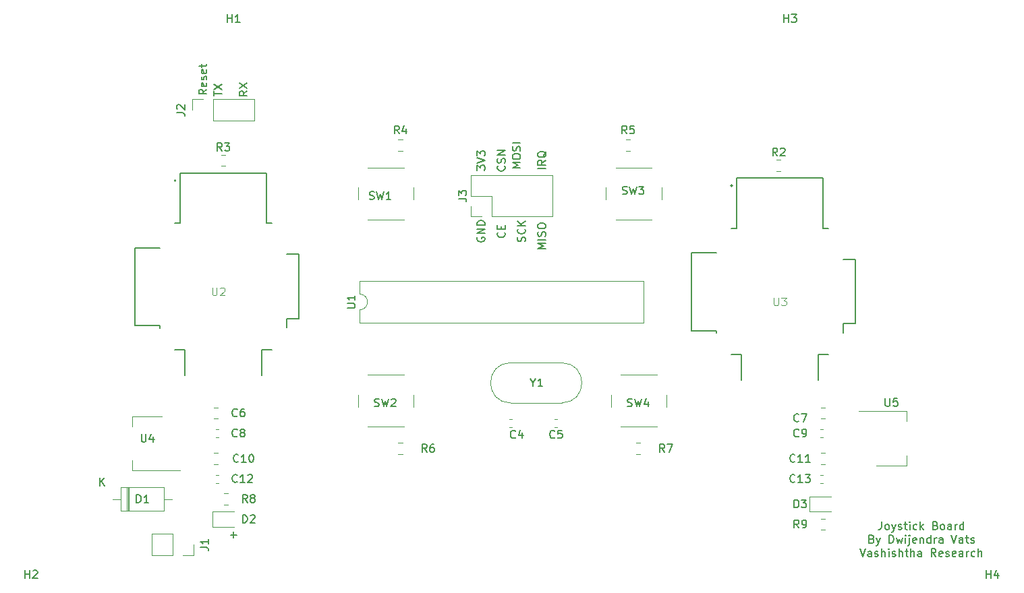
<source format=gto>
%TF.GenerationSoftware,KiCad,Pcbnew,(5.1.6)-1*%
%TF.CreationDate,2021-01-04T14:37:21+05:30*%
%TF.ProjectId,JoyStick2,4a6f7953-7469-4636-9b32-2e6b69636164,rev?*%
%TF.SameCoordinates,Original*%
%TF.FileFunction,Legend,Top*%
%TF.FilePolarity,Positive*%
%FSLAX46Y46*%
G04 Gerber Fmt 4.6, Leading zero omitted, Abs format (unit mm)*
G04 Created by KiCad (PCBNEW (5.1.6)-1) date 2021-01-04 14:37:21*
%MOMM*%
%LPD*%
G01*
G04 APERTURE LIST*
%ADD10C,0.150000*%
%ADD11C,0.200000*%
%ADD12C,0.120000*%
%ADD13C,0.127000*%
%ADD14C,0.015000*%
G04 APERTURE END LIST*
D10*
X84074047Y-121991428D02*
X84835952Y-121991428D01*
X84455000Y-122372380D02*
X84455000Y-121610476D01*
X86177380Y-66206666D02*
X85701190Y-66540000D01*
X86177380Y-66778095D02*
X85177380Y-66778095D01*
X85177380Y-66397142D01*
X85225000Y-66301904D01*
X85272619Y-66254285D01*
X85367857Y-66206666D01*
X85510714Y-66206666D01*
X85605952Y-66254285D01*
X85653571Y-66301904D01*
X85701190Y-66397142D01*
X85701190Y-66778095D01*
X85177380Y-65873333D02*
X86177380Y-65206666D01*
X85177380Y-65206666D02*
X86177380Y-65873333D01*
X82002380Y-66801904D02*
X82002380Y-66230476D01*
X83002380Y-66516190D02*
X82002380Y-66516190D01*
X82002380Y-65992380D02*
X83002380Y-65325714D01*
X82002380Y-65325714D02*
X83002380Y-65992380D01*
X81097380Y-66008095D02*
X80621190Y-66341428D01*
X81097380Y-66579523D02*
X80097380Y-66579523D01*
X80097380Y-66198571D01*
X80145000Y-66103333D01*
X80192619Y-66055714D01*
X80287857Y-66008095D01*
X80430714Y-66008095D01*
X80525952Y-66055714D01*
X80573571Y-66103333D01*
X80621190Y-66198571D01*
X80621190Y-66579523D01*
X81049761Y-65198571D02*
X81097380Y-65293809D01*
X81097380Y-65484285D01*
X81049761Y-65579523D01*
X80954523Y-65627142D01*
X80573571Y-65627142D01*
X80478333Y-65579523D01*
X80430714Y-65484285D01*
X80430714Y-65293809D01*
X80478333Y-65198571D01*
X80573571Y-65150952D01*
X80668809Y-65150952D01*
X80764047Y-65627142D01*
X81049761Y-64770000D02*
X81097380Y-64674761D01*
X81097380Y-64484285D01*
X81049761Y-64389047D01*
X80954523Y-64341428D01*
X80906904Y-64341428D01*
X80811666Y-64389047D01*
X80764047Y-64484285D01*
X80764047Y-64627142D01*
X80716428Y-64722380D01*
X80621190Y-64770000D01*
X80573571Y-64770000D01*
X80478333Y-64722380D01*
X80430714Y-64627142D01*
X80430714Y-64484285D01*
X80478333Y-64389047D01*
X81049761Y-63531904D02*
X81097380Y-63627142D01*
X81097380Y-63817619D01*
X81049761Y-63912857D01*
X80954523Y-63960476D01*
X80573571Y-63960476D01*
X80478333Y-63912857D01*
X80430714Y-63817619D01*
X80430714Y-63627142D01*
X80478333Y-63531904D01*
X80573571Y-63484285D01*
X80668809Y-63484285D01*
X80764047Y-63960476D01*
X80430714Y-63198571D02*
X80430714Y-62817619D01*
X80097380Y-63055714D02*
X80954523Y-63055714D01*
X81049761Y-63008095D01*
X81097380Y-62912857D01*
X81097380Y-62817619D01*
X123642380Y-75953809D02*
X122642380Y-75953809D01*
X123642380Y-74906190D02*
X123166190Y-75239523D01*
X123642380Y-75477619D02*
X122642380Y-75477619D01*
X122642380Y-75096666D01*
X122690000Y-75001428D01*
X122737619Y-74953809D01*
X122832857Y-74906190D01*
X122975714Y-74906190D01*
X123070952Y-74953809D01*
X123118571Y-75001428D01*
X123166190Y-75096666D01*
X123166190Y-75477619D01*
X123737619Y-73810952D02*
X123690000Y-73906190D01*
X123594761Y-74001428D01*
X123451904Y-74144285D01*
X123404285Y-74239523D01*
X123404285Y-74334761D01*
X123642380Y-74287142D02*
X123594761Y-74382380D01*
X123499523Y-74477619D01*
X123309047Y-74525238D01*
X122975714Y-74525238D01*
X122785238Y-74477619D01*
X122690000Y-74382380D01*
X122642380Y-74287142D01*
X122642380Y-74096666D01*
X122690000Y-74001428D01*
X122785238Y-73906190D01*
X122975714Y-73858571D01*
X123309047Y-73858571D01*
X123499523Y-73906190D01*
X123594761Y-74001428D01*
X123642380Y-74096666D01*
X123642380Y-74287142D01*
X123642380Y-86026428D02*
X122642380Y-86026428D01*
X123356666Y-85693095D01*
X122642380Y-85359761D01*
X123642380Y-85359761D01*
X123642380Y-84883571D02*
X122642380Y-84883571D01*
X123594761Y-84455000D02*
X123642380Y-84312142D01*
X123642380Y-84074047D01*
X123594761Y-83978809D01*
X123547142Y-83931190D01*
X123451904Y-83883571D01*
X123356666Y-83883571D01*
X123261428Y-83931190D01*
X123213809Y-83978809D01*
X123166190Y-84074047D01*
X123118571Y-84264523D01*
X123070952Y-84359761D01*
X123023333Y-84407380D01*
X122928095Y-84455000D01*
X122832857Y-84455000D01*
X122737619Y-84407380D01*
X122690000Y-84359761D01*
X122642380Y-84264523D01*
X122642380Y-84026428D01*
X122690000Y-83883571D01*
X122642380Y-83264523D02*
X122642380Y-83074047D01*
X122690000Y-82978809D01*
X122785238Y-82883571D01*
X122975714Y-82835952D01*
X123309047Y-82835952D01*
X123499523Y-82883571D01*
X123594761Y-82978809D01*
X123642380Y-83074047D01*
X123642380Y-83264523D01*
X123594761Y-83359761D01*
X123499523Y-83455000D01*
X123309047Y-83502619D01*
X122975714Y-83502619D01*
X122785238Y-83455000D01*
X122690000Y-83359761D01*
X122642380Y-83264523D01*
X120467380Y-75866428D02*
X119467380Y-75866428D01*
X120181666Y-75533095D01*
X119467380Y-75199761D01*
X120467380Y-75199761D01*
X119467380Y-74533095D02*
X119467380Y-74342619D01*
X119515000Y-74247380D01*
X119610238Y-74152142D01*
X119800714Y-74104523D01*
X120134047Y-74104523D01*
X120324523Y-74152142D01*
X120419761Y-74247380D01*
X120467380Y-74342619D01*
X120467380Y-74533095D01*
X120419761Y-74628333D01*
X120324523Y-74723571D01*
X120134047Y-74771190D01*
X119800714Y-74771190D01*
X119610238Y-74723571D01*
X119515000Y-74628333D01*
X119467380Y-74533095D01*
X120419761Y-73723571D02*
X120467380Y-73580714D01*
X120467380Y-73342619D01*
X120419761Y-73247380D01*
X120372142Y-73199761D01*
X120276904Y-73152142D01*
X120181666Y-73152142D01*
X120086428Y-73199761D01*
X120038809Y-73247380D01*
X119991190Y-73342619D01*
X119943571Y-73533095D01*
X119895952Y-73628333D01*
X119848333Y-73675952D01*
X119753095Y-73723571D01*
X119657857Y-73723571D01*
X119562619Y-73675952D01*
X119515000Y-73628333D01*
X119467380Y-73533095D01*
X119467380Y-73295000D01*
X119515000Y-73152142D01*
X120467380Y-72723571D02*
X119467380Y-72723571D01*
X121054761Y-85105714D02*
X121102380Y-84962857D01*
X121102380Y-84724761D01*
X121054761Y-84629523D01*
X121007142Y-84581904D01*
X120911904Y-84534285D01*
X120816666Y-84534285D01*
X120721428Y-84581904D01*
X120673809Y-84629523D01*
X120626190Y-84724761D01*
X120578571Y-84915238D01*
X120530952Y-85010476D01*
X120483333Y-85058095D01*
X120388095Y-85105714D01*
X120292857Y-85105714D01*
X120197619Y-85058095D01*
X120150000Y-85010476D01*
X120102380Y-84915238D01*
X120102380Y-84677142D01*
X120150000Y-84534285D01*
X121007142Y-83534285D02*
X121054761Y-83581904D01*
X121102380Y-83724761D01*
X121102380Y-83820000D01*
X121054761Y-83962857D01*
X120959523Y-84058095D01*
X120864285Y-84105714D01*
X120673809Y-84153333D01*
X120530952Y-84153333D01*
X120340476Y-84105714D01*
X120245238Y-84058095D01*
X120150000Y-83962857D01*
X120102380Y-83820000D01*
X120102380Y-83724761D01*
X120150000Y-83581904D01*
X120197619Y-83534285D01*
X121102380Y-83105714D02*
X120102380Y-83105714D01*
X121102380Y-82534285D02*
X120530952Y-82962857D01*
X120102380Y-82534285D02*
X120673809Y-83105714D01*
X118467142Y-75620476D02*
X118514761Y-75668095D01*
X118562380Y-75810952D01*
X118562380Y-75906190D01*
X118514761Y-76049047D01*
X118419523Y-76144285D01*
X118324285Y-76191904D01*
X118133809Y-76239523D01*
X117990952Y-76239523D01*
X117800476Y-76191904D01*
X117705238Y-76144285D01*
X117610000Y-76049047D01*
X117562380Y-75906190D01*
X117562380Y-75810952D01*
X117610000Y-75668095D01*
X117657619Y-75620476D01*
X118514761Y-75239523D02*
X118562380Y-75096666D01*
X118562380Y-74858571D01*
X118514761Y-74763333D01*
X118467142Y-74715714D01*
X118371904Y-74668095D01*
X118276666Y-74668095D01*
X118181428Y-74715714D01*
X118133809Y-74763333D01*
X118086190Y-74858571D01*
X118038571Y-75049047D01*
X117990952Y-75144285D01*
X117943333Y-75191904D01*
X117848095Y-75239523D01*
X117752857Y-75239523D01*
X117657619Y-75191904D01*
X117610000Y-75144285D01*
X117562380Y-75049047D01*
X117562380Y-74810952D01*
X117610000Y-74668095D01*
X118562380Y-74239523D02*
X117562380Y-74239523D01*
X118562380Y-73668095D01*
X117562380Y-73668095D01*
X118467142Y-83962857D02*
X118514761Y-84010476D01*
X118562380Y-84153333D01*
X118562380Y-84248571D01*
X118514761Y-84391428D01*
X118419523Y-84486666D01*
X118324285Y-84534285D01*
X118133809Y-84581904D01*
X117990952Y-84581904D01*
X117800476Y-84534285D01*
X117705238Y-84486666D01*
X117610000Y-84391428D01*
X117562380Y-84248571D01*
X117562380Y-84153333D01*
X117610000Y-84010476D01*
X117657619Y-83962857D01*
X118038571Y-83534285D02*
X118038571Y-83200952D01*
X118562380Y-83058095D02*
X118562380Y-83534285D01*
X117562380Y-83534285D01*
X117562380Y-83058095D01*
X115070000Y-84581904D02*
X115022380Y-84677142D01*
X115022380Y-84820000D01*
X115070000Y-84962857D01*
X115165238Y-85058095D01*
X115260476Y-85105714D01*
X115450952Y-85153333D01*
X115593809Y-85153333D01*
X115784285Y-85105714D01*
X115879523Y-85058095D01*
X115974761Y-84962857D01*
X116022380Y-84820000D01*
X116022380Y-84724761D01*
X115974761Y-84581904D01*
X115927142Y-84534285D01*
X115593809Y-84534285D01*
X115593809Y-84724761D01*
X116022380Y-84105714D02*
X115022380Y-84105714D01*
X116022380Y-83534285D01*
X115022380Y-83534285D01*
X116022380Y-83058095D02*
X115022380Y-83058095D01*
X115022380Y-82820000D01*
X115070000Y-82677142D01*
X115165238Y-82581904D01*
X115260476Y-82534285D01*
X115450952Y-82486666D01*
X115593809Y-82486666D01*
X115784285Y-82534285D01*
X115879523Y-82581904D01*
X115974761Y-82677142D01*
X116022380Y-82820000D01*
X116022380Y-83058095D01*
X115022380Y-76168095D02*
X115022380Y-75549047D01*
X115403333Y-75882380D01*
X115403333Y-75739523D01*
X115450952Y-75644285D01*
X115498571Y-75596666D01*
X115593809Y-75549047D01*
X115831904Y-75549047D01*
X115927142Y-75596666D01*
X115974761Y-75644285D01*
X116022380Y-75739523D01*
X116022380Y-76025238D01*
X115974761Y-76120476D01*
X115927142Y-76168095D01*
X115022380Y-75263333D02*
X116022380Y-74930000D01*
X115022380Y-74596666D01*
X115022380Y-74358571D02*
X115022380Y-73739523D01*
X115403333Y-74072857D01*
X115403333Y-73930000D01*
X115450952Y-73834761D01*
X115498571Y-73787142D01*
X115593809Y-73739523D01*
X115831904Y-73739523D01*
X115927142Y-73787142D01*
X115974761Y-73834761D01*
X116022380Y-73930000D01*
X116022380Y-74215714D01*
X115974761Y-74310952D01*
X115927142Y-74358571D01*
D11*
X165815000Y-120307380D02*
X165815000Y-121021666D01*
X165767380Y-121164523D01*
X165672142Y-121259761D01*
X165529285Y-121307380D01*
X165434047Y-121307380D01*
X166434047Y-121307380D02*
X166338809Y-121259761D01*
X166291190Y-121212142D01*
X166243571Y-121116904D01*
X166243571Y-120831190D01*
X166291190Y-120735952D01*
X166338809Y-120688333D01*
X166434047Y-120640714D01*
X166576904Y-120640714D01*
X166672142Y-120688333D01*
X166719761Y-120735952D01*
X166767380Y-120831190D01*
X166767380Y-121116904D01*
X166719761Y-121212142D01*
X166672142Y-121259761D01*
X166576904Y-121307380D01*
X166434047Y-121307380D01*
X167100714Y-120640714D02*
X167338809Y-121307380D01*
X167576904Y-120640714D02*
X167338809Y-121307380D01*
X167243571Y-121545476D01*
X167195952Y-121593095D01*
X167100714Y-121640714D01*
X167910238Y-121259761D02*
X168005476Y-121307380D01*
X168195952Y-121307380D01*
X168291190Y-121259761D01*
X168338809Y-121164523D01*
X168338809Y-121116904D01*
X168291190Y-121021666D01*
X168195952Y-120974047D01*
X168053095Y-120974047D01*
X167957857Y-120926428D01*
X167910238Y-120831190D01*
X167910238Y-120783571D01*
X167957857Y-120688333D01*
X168053095Y-120640714D01*
X168195952Y-120640714D01*
X168291190Y-120688333D01*
X168624523Y-120640714D02*
X169005476Y-120640714D01*
X168767380Y-120307380D02*
X168767380Y-121164523D01*
X168815000Y-121259761D01*
X168910238Y-121307380D01*
X169005476Y-121307380D01*
X169338809Y-121307380D02*
X169338809Y-120640714D01*
X169338809Y-120307380D02*
X169291190Y-120355000D01*
X169338809Y-120402619D01*
X169386428Y-120355000D01*
X169338809Y-120307380D01*
X169338809Y-120402619D01*
X170243571Y-121259761D02*
X170148333Y-121307380D01*
X169957857Y-121307380D01*
X169862619Y-121259761D01*
X169815000Y-121212142D01*
X169767380Y-121116904D01*
X169767380Y-120831190D01*
X169815000Y-120735952D01*
X169862619Y-120688333D01*
X169957857Y-120640714D01*
X170148333Y-120640714D01*
X170243571Y-120688333D01*
X170672142Y-121307380D02*
X170672142Y-120307380D01*
X170767380Y-120926428D02*
X171053095Y-121307380D01*
X171053095Y-120640714D02*
X170672142Y-121021666D01*
X172576904Y-120783571D02*
X172719761Y-120831190D01*
X172767380Y-120878809D01*
X172815000Y-120974047D01*
X172815000Y-121116904D01*
X172767380Y-121212142D01*
X172719761Y-121259761D01*
X172624523Y-121307380D01*
X172243571Y-121307380D01*
X172243571Y-120307380D01*
X172576904Y-120307380D01*
X172672142Y-120355000D01*
X172719761Y-120402619D01*
X172767380Y-120497857D01*
X172767380Y-120593095D01*
X172719761Y-120688333D01*
X172672142Y-120735952D01*
X172576904Y-120783571D01*
X172243571Y-120783571D01*
X173386428Y-121307380D02*
X173291190Y-121259761D01*
X173243571Y-121212142D01*
X173195952Y-121116904D01*
X173195952Y-120831190D01*
X173243571Y-120735952D01*
X173291190Y-120688333D01*
X173386428Y-120640714D01*
X173529285Y-120640714D01*
X173624523Y-120688333D01*
X173672142Y-120735952D01*
X173719761Y-120831190D01*
X173719761Y-121116904D01*
X173672142Y-121212142D01*
X173624523Y-121259761D01*
X173529285Y-121307380D01*
X173386428Y-121307380D01*
X174576904Y-121307380D02*
X174576904Y-120783571D01*
X174529285Y-120688333D01*
X174434047Y-120640714D01*
X174243571Y-120640714D01*
X174148333Y-120688333D01*
X174576904Y-121259761D02*
X174481666Y-121307380D01*
X174243571Y-121307380D01*
X174148333Y-121259761D01*
X174100714Y-121164523D01*
X174100714Y-121069285D01*
X174148333Y-120974047D01*
X174243571Y-120926428D01*
X174481666Y-120926428D01*
X174576904Y-120878809D01*
X175053095Y-121307380D02*
X175053095Y-120640714D01*
X175053095Y-120831190D02*
X175100714Y-120735952D01*
X175148333Y-120688333D01*
X175243571Y-120640714D01*
X175338809Y-120640714D01*
X176100714Y-121307380D02*
X176100714Y-120307380D01*
X176100714Y-121259761D02*
X176005476Y-121307380D01*
X175815000Y-121307380D01*
X175719761Y-121259761D01*
X175672142Y-121212142D01*
X175624523Y-121116904D01*
X175624523Y-120831190D01*
X175672142Y-120735952D01*
X175719761Y-120688333D01*
X175815000Y-120640714D01*
X176005476Y-120640714D01*
X176100714Y-120688333D01*
X164576904Y-122483571D02*
X164719761Y-122531190D01*
X164767380Y-122578809D01*
X164815000Y-122674047D01*
X164815000Y-122816904D01*
X164767380Y-122912142D01*
X164719761Y-122959761D01*
X164624523Y-123007380D01*
X164243571Y-123007380D01*
X164243571Y-122007380D01*
X164576904Y-122007380D01*
X164672142Y-122055000D01*
X164719761Y-122102619D01*
X164767380Y-122197857D01*
X164767380Y-122293095D01*
X164719761Y-122388333D01*
X164672142Y-122435952D01*
X164576904Y-122483571D01*
X164243571Y-122483571D01*
X165148333Y-122340714D02*
X165386428Y-123007380D01*
X165624523Y-122340714D02*
X165386428Y-123007380D01*
X165291190Y-123245476D01*
X165243571Y-123293095D01*
X165148333Y-123340714D01*
X166767380Y-123007380D02*
X166767380Y-122007380D01*
X167005476Y-122007380D01*
X167148333Y-122055000D01*
X167243571Y-122150238D01*
X167291190Y-122245476D01*
X167338809Y-122435952D01*
X167338809Y-122578809D01*
X167291190Y-122769285D01*
X167243571Y-122864523D01*
X167148333Y-122959761D01*
X167005476Y-123007380D01*
X166767380Y-123007380D01*
X167672142Y-122340714D02*
X167862619Y-123007380D01*
X168053095Y-122531190D01*
X168243571Y-123007380D01*
X168434047Y-122340714D01*
X168815000Y-123007380D02*
X168815000Y-122340714D01*
X168815000Y-122007380D02*
X168767380Y-122055000D01*
X168815000Y-122102619D01*
X168862619Y-122055000D01*
X168815000Y-122007380D01*
X168815000Y-122102619D01*
X169291190Y-122340714D02*
X169291190Y-123197857D01*
X169243571Y-123293095D01*
X169148333Y-123340714D01*
X169100714Y-123340714D01*
X169291190Y-122007380D02*
X169243571Y-122055000D01*
X169291190Y-122102619D01*
X169338809Y-122055000D01*
X169291190Y-122007380D01*
X169291190Y-122102619D01*
X170148333Y-122959761D02*
X170053095Y-123007380D01*
X169862619Y-123007380D01*
X169767380Y-122959761D01*
X169719761Y-122864523D01*
X169719761Y-122483571D01*
X169767380Y-122388333D01*
X169862619Y-122340714D01*
X170053095Y-122340714D01*
X170148333Y-122388333D01*
X170195952Y-122483571D01*
X170195952Y-122578809D01*
X169719761Y-122674047D01*
X170624523Y-122340714D02*
X170624523Y-123007380D01*
X170624523Y-122435952D02*
X170672142Y-122388333D01*
X170767380Y-122340714D01*
X170910238Y-122340714D01*
X171005476Y-122388333D01*
X171053095Y-122483571D01*
X171053095Y-123007380D01*
X171957857Y-123007380D02*
X171957857Y-122007380D01*
X171957857Y-122959761D02*
X171862619Y-123007380D01*
X171672142Y-123007380D01*
X171576904Y-122959761D01*
X171529285Y-122912142D01*
X171481666Y-122816904D01*
X171481666Y-122531190D01*
X171529285Y-122435952D01*
X171576904Y-122388333D01*
X171672142Y-122340714D01*
X171862619Y-122340714D01*
X171957857Y-122388333D01*
X172434047Y-123007380D02*
X172434047Y-122340714D01*
X172434047Y-122531190D02*
X172481666Y-122435952D01*
X172529285Y-122388333D01*
X172624523Y-122340714D01*
X172719761Y-122340714D01*
X173481666Y-123007380D02*
X173481666Y-122483571D01*
X173434047Y-122388333D01*
X173338809Y-122340714D01*
X173148333Y-122340714D01*
X173053095Y-122388333D01*
X173481666Y-122959761D02*
X173386428Y-123007380D01*
X173148333Y-123007380D01*
X173053095Y-122959761D01*
X173005476Y-122864523D01*
X173005476Y-122769285D01*
X173053095Y-122674047D01*
X173148333Y-122626428D01*
X173386428Y-122626428D01*
X173481666Y-122578809D01*
X174576904Y-122007380D02*
X174910238Y-123007380D01*
X175243571Y-122007380D01*
X176005476Y-123007380D02*
X176005476Y-122483571D01*
X175957857Y-122388333D01*
X175862619Y-122340714D01*
X175672142Y-122340714D01*
X175576904Y-122388333D01*
X176005476Y-122959761D02*
X175910238Y-123007380D01*
X175672142Y-123007380D01*
X175576904Y-122959761D01*
X175529285Y-122864523D01*
X175529285Y-122769285D01*
X175576904Y-122674047D01*
X175672142Y-122626428D01*
X175910238Y-122626428D01*
X176005476Y-122578809D01*
X176338809Y-122340714D02*
X176719761Y-122340714D01*
X176481666Y-122007380D02*
X176481666Y-122864523D01*
X176529285Y-122959761D01*
X176624523Y-123007380D01*
X176719761Y-123007380D01*
X177005476Y-122959761D02*
X177100714Y-123007380D01*
X177291190Y-123007380D01*
X177386428Y-122959761D01*
X177434047Y-122864523D01*
X177434047Y-122816904D01*
X177386428Y-122721666D01*
X177291190Y-122674047D01*
X177148333Y-122674047D01*
X177053095Y-122626428D01*
X177005476Y-122531190D01*
X177005476Y-122483571D01*
X177053095Y-122388333D01*
X177148333Y-122340714D01*
X177291190Y-122340714D01*
X177386428Y-122388333D01*
X163100714Y-123707380D02*
X163434047Y-124707380D01*
X163767380Y-123707380D01*
X164529285Y-124707380D02*
X164529285Y-124183571D01*
X164481666Y-124088333D01*
X164386428Y-124040714D01*
X164195952Y-124040714D01*
X164100714Y-124088333D01*
X164529285Y-124659761D02*
X164434047Y-124707380D01*
X164195952Y-124707380D01*
X164100714Y-124659761D01*
X164053095Y-124564523D01*
X164053095Y-124469285D01*
X164100714Y-124374047D01*
X164195952Y-124326428D01*
X164434047Y-124326428D01*
X164529285Y-124278809D01*
X164957857Y-124659761D02*
X165053095Y-124707380D01*
X165243571Y-124707380D01*
X165338809Y-124659761D01*
X165386428Y-124564523D01*
X165386428Y-124516904D01*
X165338809Y-124421666D01*
X165243571Y-124374047D01*
X165100714Y-124374047D01*
X165005476Y-124326428D01*
X164957857Y-124231190D01*
X164957857Y-124183571D01*
X165005476Y-124088333D01*
X165100714Y-124040714D01*
X165243571Y-124040714D01*
X165338809Y-124088333D01*
X165815000Y-124707380D02*
X165815000Y-123707380D01*
X166243571Y-124707380D02*
X166243571Y-124183571D01*
X166195952Y-124088333D01*
X166100714Y-124040714D01*
X165957857Y-124040714D01*
X165862619Y-124088333D01*
X165815000Y-124135952D01*
X166719761Y-124707380D02*
X166719761Y-124040714D01*
X166719761Y-123707380D02*
X166672142Y-123755000D01*
X166719761Y-123802619D01*
X166767380Y-123755000D01*
X166719761Y-123707380D01*
X166719761Y-123802619D01*
X167148333Y-124659761D02*
X167243571Y-124707380D01*
X167434047Y-124707380D01*
X167529285Y-124659761D01*
X167576904Y-124564523D01*
X167576904Y-124516904D01*
X167529285Y-124421666D01*
X167434047Y-124374047D01*
X167291190Y-124374047D01*
X167195952Y-124326428D01*
X167148333Y-124231190D01*
X167148333Y-124183571D01*
X167195952Y-124088333D01*
X167291190Y-124040714D01*
X167434047Y-124040714D01*
X167529285Y-124088333D01*
X168005476Y-124707380D02*
X168005476Y-123707380D01*
X168434047Y-124707380D02*
X168434047Y-124183571D01*
X168386428Y-124088333D01*
X168291190Y-124040714D01*
X168148333Y-124040714D01*
X168053095Y-124088333D01*
X168005476Y-124135952D01*
X168767380Y-124040714D02*
X169148333Y-124040714D01*
X168910238Y-123707380D02*
X168910238Y-124564523D01*
X168957857Y-124659761D01*
X169053095Y-124707380D01*
X169148333Y-124707380D01*
X169481666Y-124707380D02*
X169481666Y-123707380D01*
X169910238Y-124707380D02*
X169910238Y-124183571D01*
X169862619Y-124088333D01*
X169767380Y-124040714D01*
X169624523Y-124040714D01*
X169529285Y-124088333D01*
X169481666Y-124135952D01*
X170815000Y-124707380D02*
X170815000Y-124183571D01*
X170767380Y-124088333D01*
X170672142Y-124040714D01*
X170481666Y-124040714D01*
X170386428Y-124088333D01*
X170815000Y-124659761D02*
X170719761Y-124707380D01*
X170481666Y-124707380D01*
X170386428Y-124659761D01*
X170338809Y-124564523D01*
X170338809Y-124469285D01*
X170386428Y-124374047D01*
X170481666Y-124326428D01*
X170719761Y-124326428D01*
X170815000Y-124278809D01*
X172624523Y-124707380D02*
X172291190Y-124231190D01*
X172053095Y-124707380D02*
X172053095Y-123707380D01*
X172434047Y-123707380D01*
X172529285Y-123755000D01*
X172576904Y-123802619D01*
X172624523Y-123897857D01*
X172624523Y-124040714D01*
X172576904Y-124135952D01*
X172529285Y-124183571D01*
X172434047Y-124231190D01*
X172053095Y-124231190D01*
X173434047Y-124659761D02*
X173338809Y-124707380D01*
X173148333Y-124707380D01*
X173053095Y-124659761D01*
X173005476Y-124564523D01*
X173005476Y-124183571D01*
X173053095Y-124088333D01*
X173148333Y-124040714D01*
X173338809Y-124040714D01*
X173434047Y-124088333D01*
X173481666Y-124183571D01*
X173481666Y-124278809D01*
X173005476Y-124374047D01*
X173862619Y-124659761D02*
X173957857Y-124707380D01*
X174148333Y-124707380D01*
X174243571Y-124659761D01*
X174291190Y-124564523D01*
X174291190Y-124516904D01*
X174243571Y-124421666D01*
X174148333Y-124374047D01*
X174005476Y-124374047D01*
X173910238Y-124326428D01*
X173862619Y-124231190D01*
X173862619Y-124183571D01*
X173910238Y-124088333D01*
X174005476Y-124040714D01*
X174148333Y-124040714D01*
X174243571Y-124088333D01*
X175100714Y-124659761D02*
X175005476Y-124707380D01*
X174815000Y-124707380D01*
X174719761Y-124659761D01*
X174672142Y-124564523D01*
X174672142Y-124183571D01*
X174719761Y-124088333D01*
X174815000Y-124040714D01*
X175005476Y-124040714D01*
X175100714Y-124088333D01*
X175148333Y-124183571D01*
X175148333Y-124278809D01*
X174672142Y-124374047D01*
X176005476Y-124707380D02*
X176005476Y-124183571D01*
X175957857Y-124088333D01*
X175862619Y-124040714D01*
X175672142Y-124040714D01*
X175576904Y-124088333D01*
X176005476Y-124659761D02*
X175910238Y-124707380D01*
X175672142Y-124707380D01*
X175576904Y-124659761D01*
X175529285Y-124564523D01*
X175529285Y-124469285D01*
X175576904Y-124374047D01*
X175672142Y-124326428D01*
X175910238Y-124326428D01*
X176005476Y-124278809D01*
X176481666Y-124707380D02*
X176481666Y-124040714D01*
X176481666Y-124231190D02*
X176529285Y-124135952D01*
X176576904Y-124088333D01*
X176672142Y-124040714D01*
X176767380Y-124040714D01*
X177529285Y-124659761D02*
X177434047Y-124707380D01*
X177243571Y-124707380D01*
X177148333Y-124659761D01*
X177100714Y-124612142D01*
X177053095Y-124516904D01*
X177053095Y-124231190D01*
X177100714Y-124135952D01*
X177148333Y-124088333D01*
X177243571Y-124040714D01*
X177434047Y-124040714D01*
X177529285Y-124088333D01*
X177957857Y-124707380D02*
X177957857Y-123707380D01*
X178386428Y-124707380D02*
X178386428Y-124183571D01*
X178338809Y-124088333D01*
X178243571Y-124040714D01*
X178100714Y-124040714D01*
X178005476Y-124088333D01*
X177957857Y-124135952D01*
D12*
%TO.C,J3*%
X114240000Y-81975000D02*
X114240000Y-80645000D01*
X115570000Y-81975000D02*
X114240000Y-81975000D01*
X114240000Y-79375000D02*
X114240000Y-76775000D01*
X116840000Y-79375000D02*
X114240000Y-79375000D01*
X116840000Y-81975000D02*
X116840000Y-79375000D01*
X114240000Y-76775000D02*
X124520000Y-76775000D01*
X116840000Y-81975000D02*
X124520000Y-81975000D01*
X124520000Y-81975000D02*
X124520000Y-76775000D01*
%TO.C,U1*%
X100270000Y-90060000D02*
X100270000Y-91710000D01*
X135950000Y-90060000D02*
X100270000Y-90060000D01*
X135950000Y-95360000D02*
X135950000Y-90060000D01*
X100270000Y-95360000D02*
X135950000Y-95360000D01*
X100270000Y-93710000D02*
X100270000Y-95360000D01*
X100270000Y-91710000D02*
G75*
G02*
X100270000Y-93710000I0J-1000000D01*
G01*
%TO.C,C4*%
X119390279Y-108460000D02*
X119064721Y-108460000D01*
X119390279Y-107440000D02*
X119064721Y-107440000D01*
%TO.C,C5*%
X125105279Y-107440000D02*
X124779721Y-107440000D01*
X125105279Y-108460000D02*
X124779721Y-108460000D01*
%TO.C,Y1*%
X119255000Y-105395000D02*
X125655000Y-105395000D01*
X119255000Y-100345000D02*
X125655000Y-100345000D01*
X119255000Y-105395000D02*
G75*
G02*
X119255000Y-100345000I0J2525000D01*
G01*
X125655000Y-105395000D02*
G75*
G03*
X125655000Y-100345000I0J2525000D01*
G01*
D11*
%TO.C,U2*%
X77235000Y-77455000D02*
G75*
G03*
X77235000Y-77455000I-100000J0D01*
G01*
D13*
X72085000Y-85905000D02*
X75235000Y-85905000D01*
X72085000Y-95705000D02*
X72085000Y-85905000D01*
X75235000Y-95705000D02*
X72085000Y-95705000D01*
X75235000Y-95975000D02*
X75235000Y-95705000D01*
X78335000Y-98705000D02*
X77115000Y-98705000D01*
X78335000Y-101905000D02*
X78335000Y-98705000D01*
X88035000Y-98705000D02*
X88035000Y-101905000D01*
X89265000Y-98705000D02*
X88035000Y-98705000D01*
X91135000Y-94805000D02*
X91135000Y-95925000D01*
X92685000Y-94805000D02*
X91135000Y-94805000D01*
X92685000Y-86705000D02*
X92685000Y-94805000D01*
X91135000Y-86705000D02*
X92685000Y-86705000D01*
X88635000Y-82805000D02*
X89265000Y-82805000D01*
X88635000Y-76505000D02*
X88635000Y-82805000D01*
X77735000Y-76505000D02*
X88635000Y-76505000D01*
X77735000Y-82805000D02*
X77735000Y-76505000D01*
X77115000Y-82805000D02*
X77735000Y-82805000D01*
%TO.C,U3*%
X146965000Y-83440000D02*
X147585000Y-83440000D01*
X147585000Y-83440000D02*
X147585000Y-77140000D01*
X147585000Y-77140000D02*
X158485000Y-77140000D01*
X158485000Y-77140000D02*
X158485000Y-83440000D01*
X158485000Y-83440000D02*
X159115000Y-83440000D01*
X160985000Y-87340000D02*
X162535000Y-87340000D01*
X162535000Y-87340000D02*
X162535000Y-95440000D01*
X162535000Y-95440000D02*
X160985000Y-95440000D01*
X160985000Y-95440000D02*
X160985000Y-96560000D01*
X159115000Y-99340000D02*
X157885000Y-99340000D01*
X157885000Y-99340000D02*
X157885000Y-102540000D01*
X148185000Y-102540000D02*
X148185000Y-99340000D01*
X148185000Y-99340000D02*
X146965000Y-99340000D01*
X145085000Y-96610000D02*
X145085000Y-96340000D01*
X145085000Y-96340000D02*
X141935000Y-96340000D01*
X141935000Y-96340000D02*
X141935000Y-86540000D01*
X141935000Y-86540000D02*
X145085000Y-86540000D01*
D11*
X147085000Y-78090000D02*
G75*
G03*
X147085000Y-78090000I-100000J0D01*
G01*
D12*
%TO.C,C6*%
X81988922Y-105970000D02*
X82506078Y-105970000D01*
X81988922Y-107390000D02*
X82506078Y-107390000D01*
%TO.C,C7*%
X158706078Y-105970000D02*
X158188922Y-105970000D01*
X158706078Y-107390000D02*
X158188922Y-107390000D01*
%TO.C,C8*%
X82234721Y-109730000D02*
X82560279Y-109730000D01*
X82234721Y-108710000D02*
X82560279Y-108710000D01*
%TO.C,C9*%
X158430279Y-108710000D02*
X158104721Y-108710000D01*
X158430279Y-109730000D02*
X158104721Y-109730000D01*
%TO.C,C10*%
X81988922Y-113105000D02*
X82506078Y-113105000D01*
X81988922Y-111685000D02*
X82506078Y-111685000D01*
%TO.C,C11*%
X158706078Y-113105000D02*
X158188922Y-113105000D01*
X158706078Y-111685000D02*
X158188922Y-111685000D01*
%TO.C,C12*%
X82234721Y-114425000D02*
X82560279Y-114425000D01*
X82234721Y-115445000D02*
X82560279Y-115445000D01*
%TO.C,C13*%
X158430279Y-115445000D02*
X158104721Y-115445000D01*
X158430279Y-114425000D02*
X158104721Y-114425000D01*
%TO.C,D1*%
X70305000Y-116005000D02*
X70305000Y-118945000D01*
X70305000Y-118945000D02*
X75745000Y-118945000D01*
X75745000Y-118945000D02*
X75745000Y-116005000D01*
X75745000Y-116005000D02*
X70305000Y-116005000D01*
X69285000Y-117475000D02*
X70305000Y-117475000D01*
X76765000Y-117475000D02*
X75745000Y-117475000D01*
X71205000Y-116005000D02*
X71205000Y-118945000D01*
X71325000Y-116005000D02*
X71325000Y-118945000D01*
X71085000Y-116005000D02*
X71085000Y-118945000D01*
%TO.C,J1*%
X76835000Y-121860000D02*
X76835000Y-124520000D01*
X76835000Y-121860000D02*
X74235000Y-121860000D01*
X74235000Y-121860000D02*
X74235000Y-124520000D01*
X76835000Y-124520000D02*
X74235000Y-124520000D01*
X79435000Y-124520000D02*
X78105000Y-124520000D01*
X79435000Y-123190000D02*
X79435000Y-124520000D01*
%TO.C,U4*%
X77735000Y-113900000D02*
X71725000Y-113900000D01*
X75485000Y-107080000D02*
X71725000Y-107080000D01*
X71725000Y-113900000D02*
X71725000Y-112640000D01*
X71725000Y-107080000D02*
X71725000Y-108340000D01*
%TO.C,U5*%
X168940000Y-113265000D02*
X168940000Y-112005000D01*
X168940000Y-106445000D02*
X168940000Y-107705000D01*
X165180000Y-113265000D02*
X168940000Y-113265000D01*
X162930000Y-106445000D02*
X168940000Y-106445000D01*
%TO.C,R2*%
X152623922Y-74855000D02*
X153141078Y-74855000D01*
X152623922Y-76275000D02*
X153141078Y-76275000D01*
%TO.C,R3*%
X82926422Y-75640000D02*
X83443578Y-75640000D01*
X82926422Y-74220000D02*
X83443578Y-74220000D01*
%TO.C,R4*%
X105151422Y-73735000D02*
X105668578Y-73735000D01*
X105151422Y-72315000D02*
X105668578Y-72315000D01*
%TO.C,R5*%
X133726422Y-72315000D02*
X134243578Y-72315000D01*
X133726422Y-73735000D02*
X134243578Y-73735000D01*
%TO.C,R6*%
X105151422Y-110415000D02*
X105668578Y-110415000D01*
X105151422Y-111835000D02*
X105668578Y-111835000D01*
%TO.C,R7*%
X134996422Y-111835000D02*
X135513578Y-111835000D01*
X134996422Y-110415000D02*
X135513578Y-110415000D01*
%TO.C,SW1*%
X101330000Y-82335000D02*
X105830000Y-82335000D01*
X100080000Y-78335000D02*
X100080000Y-79835000D01*
X105830000Y-75835000D02*
X101330000Y-75835000D01*
X107080000Y-79835000D02*
X107080000Y-78335000D01*
%TO.C,SW2*%
X107080000Y-105870000D02*
X107080000Y-104370000D01*
X105830000Y-101870000D02*
X101330000Y-101870000D01*
X100080000Y-104370000D02*
X100080000Y-105870000D01*
X101330000Y-108370000D02*
X105830000Y-108370000D01*
%TO.C,SW3*%
X132445000Y-82335000D02*
X136945000Y-82335000D01*
X131195000Y-78335000D02*
X131195000Y-79835000D01*
X136945000Y-75835000D02*
X132445000Y-75835000D01*
X138195000Y-79835000D02*
X138195000Y-78335000D01*
%TO.C,SW4*%
X138830000Y-105870000D02*
X138830000Y-104370000D01*
X137580000Y-101870000D02*
X133080000Y-101870000D01*
X131830000Y-104370000D02*
X131830000Y-105870000D01*
X133080000Y-108370000D02*
X137580000Y-108370000D01*
%TO.C,J2*%
X81915000Y-69910000D02*
X81915000Y-67250000D01*
X81915000Y-69910000D02*
X87055000Y-69910000D01*
X87055000Y-69910000D02*
X87055000Y-67250000D01*
X81915000Y-67250000D02*
X87055000Y-67250000D01*
X79315000Y-67250000D02*
X80645000Y-67250000D01*
X79315000Y-68580000D02*
X79315000Y-67250000D01*
%TO.C,D2*%
X81832500Y-120975000D02*
X84517500Y-120975000D01*
X81832500Y-119055000D02*
X81832500Y-120975000D01*
X84517500Y-119055000D02*
X81832500Y-119055000D01*
%TO.C,D3*%
X159447500Y-117150000D02*
X156762500Y-117150000D01*
X156762500Y-117150000D02*
X156762500Y-119070000D01*
X156762500Y-119070000D02*
X159447500Y-119070000D01*
%TO.C,R8*%
X83258922Y-116765000D02*
X83776078Y-116765000D01*
X83258922Y-118185000D02*
X83776078Y-118185000D01*
%TO.C,R9*%
X158188922Y-121360000D02*
X158706078Y-121360000D01*
X158188922Y-119940000D02*
X158706078Y-119940000D01*
%TO.C,J3*%
D10*
X112692380Y-79708333D02*
X113406666Y-79708333D01*
X113549523Y-79755952D01*
X113644761Y-79851190D01*
X113692380Y-79994047D01*
X113692380Y-80089285D01*
X112692380Y-79327380D02*
X112692380Y-78708333D01*
X113073333Y-79041666D01*
X113073333Y-78898809D01*
X113120952Y-78803571D01*
X113168571Y-78755952D01*
X113263809Y-78708333D01*
X113501904Y-78708333D01*
X113597142Y-78755952D01*
X113644761Y-78803571D01*
X113692380Y-78898809D01*
X113692380Y-79184523D01*
X113644761Y-79279761D01*
X113597142Y-79327380D01*
%TO.C,U1*%
X98722380Y-93471904D02*
X99531904Y-93471904D01*
X99627142Y-93424285D01*
X99674761Y-93376666D01*
X99722380Y-93281428D01*
X99722380Y-93090952D01*
X99674761Y-92995714D01*
X99627142Y-92948095D01*
X99531904Y-92900476D01*
X98722380Y-92900476D01*
X99722380Y-91900476D02*
X99722380Y-92471904D01*
X99722380Y-92186190D02*
X98722380Y-92186190D01*
X98865238Y-92281428D01*
X98960476Y-92376666D01*
X99008095Y-92471904D01*
%TO.C,C4*%
X119848333Y-109737142D02*
X119800714Y-109784761D01*
X119657857Y-109832380D01*
X119562619Y-109832380D01*
X119419761Y-109784761D01*
X119324523Y-109689523D01*
X119276904Y-109594285D01*
X119229285Y-109403809D01*
X119229285Y-109260952D01*
X119276904Y-109070476D01*
X119324523Y-108975238D01*
X119419761Y-108880000D01*
X119562619Y-108832380D01*
X119657857Y-108832380D01*
X119800714Y-108880000D01*
X119848333Y-108927619D01*
X120705476Y-109165714D02*
X120705476Y-109832380D01*
X120467380Y-108784761D02*
X120229285Y-109499047D01*
X120848333Y-109499047D01*
%TO.C,C5*%
X124775833Y-109737142D02*
X124728214Y-109784761D01*
X124585357Y-109832380D01*
X124490119Y-109832380D01*
X124347261Y-109784761D01*
X124252023Y-109689523D01*
X124204404Y-109594285D01*
X124156785Y-109403809D01*
X124156785Y-109260952D01*
X124204404Y-109070476D01*
X124252023Y-108975238D01*
X124347261Y-108880000D01*
X124490119Y-108832380D01*
X124585357Y-108832380D01*
X124728214Y-108880000D01*
X124775833Y-108927619D01*
X125680595Y-108832380D02*
X125204404Y-108832380D01*
X125156785Y-109308571D01*
X125204404Y-109260952D01*
X125299642Y-109213333D01*
X125537738Y-109213333D01*
X125632976Y-109260952D01*
X125680595Y-109308571D01*
X125728214Y-109403809D01*
X125728214Y-109641904D01*
X125680595Y-109737142D01*
X125632976Y-109784761D01*
X125537738Y-109832380D01*
X125299642Y-109832380D01*
X125204404Y-109784761D01*
X125156785Y-109737142D01*
%TO.C,Y1*%
X122078809Y-102846190D02*
X122078809Y-103322380D01*
X121745476Y-102322380D02*
X122078809Y-102846190D01*
X122412142Y-102322380D01*
X123269285Y-103322380D02*
X122697857Y-103322380D01*
X122983571Y-103322380D02*
X122983571Y-102322380D01*
X122888333Y-102465238D01*
X122793095Y-102560476D01*
X122697857Y-102608095D01*
%TO.C,U2*%
D14*
X81788095Y-90892380D02*
X81788095Y-91701904D01*
X81835714Y-91797142D01*
X81883333Y-91844761D01*
X81978571Y-91892380D01*
X82169047Y-91892380D01*
X82264285Y-91844761D01*
X82311904Y-91797142D01*
X82359523Y-91701904D01*
X82359523Y-90892380D01*
X82788095Y-90987619D02*
X82835714Y-90940000D01*
X82930952Y-90892380D01*
X83169047Y-90892380D01*
X83264285Y-90940000D01*
X83311904Y-90987619D01*
X83359523Y-91082857D01*
X83359523Y-91178095D01*
X83311904Y-91320952D01*
X82740476Y-91892380D01*
X83359523Y-91892380D01*
%TO.C,U3*%
X152273095Y-92162380D02*
X152273095Y-92971904D01*
X152320714Y-93067142D01*
X152368333Y-93114761D01*
X152463571Y-93162380D01*
X152654047Y-93162380D01*
X152749285Y-93114761D01*
X152796904Y-93067142D01*
X152844523Y-92971904D01*
X152844523Y-92162380D01*
X153225476Y-92162380D02*
X153844523Y-92162380D01*
X153511190Y-92543333D01*
X153654047Y-92543333D01*
X153749285Y-92590952D01*
X153796904Y-92638571D01*
X153844523Y-92733809D01*
X153844523Y-92971904D01*
X153796904Y-93067142D01*
X153749285Y-93114761D01*
X153654047Y-93162380D01*
X153368333Y-93162380D01*
X153273095Y-93114761D01*
X153225476Y-93067142D01*
%TO.C,C6*%
D10*
X84923333Y-107037142D02*
X84875714Y-107084761D01*
X84732857Y-107132380D01*
X84637619Y-107132380D01*
X84494761Y-107084761D01*
X84399523Y-106989523D01*
X84351904Y-106894285D01*
X84304285Y-106703809D01*
X84304285Y-106560952D01*
X84351904Y-106370476D01*
X84399523Y-106275238D01*
X84494761Y-106180000D01*
X84637619Y-106132380D01*
X84732857Y-106132380D01*
X84875714Y-106180000D01*
X84923333Y-106227619D01*
X85780476Y-106132380D02*
X85590000Y-106132380D01*
X85494761Y-106180000D01*
X85447142Y-106227619D01*
X85351904Y-106370476D01*
X85304285Y-106560952D01*
X85304285Y-106941904D01*
X85351904Y-107037142D01*
X85399523Y-107084761D01*
X85494761Y-107132380D01*
X85685238Y-107132380D01*
X85780476Y-107084761D01*
X85828095Y-107037142D01*
X85875714Y-106941904D01*
X85875714Y-106703809D01*
X85828095Y-106608571D01*
X85780476Y-106560952D01*
X85685238Y-106513333D01*
X85494761Y-106513333D01*
X85399523Y-106560952D01*
X85351904Y-106608571D01*
X85304285Y-106703809D01*
%TO.C,C7*%
X155408333Y-107672142D02*
X155360714Y-107719761D01*
X155217857Y-107767380D01*
X155122619Y-107767380D01*
X154979761Y-107719761D01*
X154884523Y-107624523D01*
X154836904Y-107529285D01*
X154789285Y-107338809D01*
X154789285Y-107195952D01*
X154836904Y-107005476D01*
X154884523Y-106910238D01*
X154979761Y-106815000D01*
X155122619Y-106767380D01*
X155217857Y-106767380D01*
X155360714Y-106815000D01*
X155408333Y-106862619D01*
X155741666Y-106767380D02*
X156408333Y-106767380D01*
X155979761Y-107767380D01*
%TO.C,C8*%
X84923333Y-109577142D02*
X84875714Y-109624761D01*
X84732857Y-109672380D01*
X84637619Y-109672380D01*
X84494761Y-109624761D01*
X84399523Y-109529523D01*
X84351904Y-109434285D01*
X84304285Y-109243809D01*
X84304285Y-109100952D01*
X84351904Y-108910476D01*
X84399523Y-108815238D01*
X84494761Y-108720000D01*
X84637619Y-108672380D01*
X84732857Y-108672380D01*
X84875714Y-108720000D01*
X84923333Y-108767619D01*
X85494761Y-109100952D02*
X85399523Y-109053333D01*
X85351904Y-109005714D01*
X85304285Y-108910476D01*
X85304285Y-108862857D01*
X85351904Y-108767619D01*
X85399523Y-108720000D01*
X85494761Y-108672380D01*
X85685238Y-108672380D01*
X85780476Y-108720000D01*
X85828095Y-108767619D01*
X85875714Y-108862857D01*
X85875714Y-108910476D01*
X85828095Y-109005714D01*
X85780476Y-109053333D01*
X85685238Y-109100952D01*
X85494761Y-109100952D01*
X85399523Y-109148571D01*
X85351904Y-109196190D01*
X85304285Y-109291428D01*
X85304285Y-109481904D01*
X85351904Y-109577142D01*
X85399523Y-109624761D01*
X85494761Y-109672380D01*
X85685238Y-109672380D01*
X85780476Y-109624761D01*
X85828095Y-109577142D01*
X85875714Y-109481904D01*
X85875714Y-109291428D01*
X85828095Y-109196190D01*
X85780476Y-109148571D01*
X85685238Y-109100952D01*
%TO.C,C9*%
X155408333Y-109577142D02*
X155360714Y-109624761D01*
X155217857Y-109672380D01*
X155122619Y-109672380D01*
X154979761Y-109624761D01*
X154884523Y-109529523D01*
X154836904Y-109434285D01*
X154789285Y-109243809D01*
X154789285Y-109100952D01*
X154836904Y-108910476D01*
X154884523Y-108815238D01*
X154979761Y-108720000D01*
X155122619Y-108672380D01*
X155217857Y-108672380D01*
X155360714Y-108720000D01*
X155408333Y-108767619D01*
X155884523Y-109672380D02*
X156075000Y-109672380D01*
X156170238Y-109624761D01*
X156217857Y-109577142D01*
X156313095Y-109434285D01*
X156360714Y-109243809D01*
X156360714Y-108862857D01*
X156313095Y-108767619D01*
X156265476Y-108720000D01*
X156170238Y-108672380D01*
X155979761Y-108672380D01*
X155884523Y-108720000D01*
X155836904Y-108767619D01*
X155789285Y-108862857D01*
X155789285Y-109100952D01*
X155836904Y-109196190D01*
X155884523Y-109243809D01*
X155979761Y-109291428D01*
X156170238Y-109291428D01*
X156265476Y-109243809D01*
X156313095Y-109196190D01*
X156360714Y-109100952D01*
%TO.C,C10*%
X85082142Y-112752142D02*
X85034523Y-112799761D01*
X84891666Y-112847380D01*
X84796428Y-112847380D01*
X84653571Y-112799761D01*
X84558333Y-112704523D01*
X84510714Y-112609285D01*
X84463095Y-112418809D01*
X84463095Y-112275952D01*
X84510714Y-112085476D01*
X84558333Y-111990238D01*
X84653571Y-111895000D01*
X84796428Y-111847380D01*
X84891666Y-111847380D01*
X85034523Y-111895000D01*
X85082142Y-111942619D01*
X86034523Y-112847380D02*
X85463095Y-112847380D01*
X85748809Y-112847380D02*
X85748809Y-111847380D01*
X85653571Y-111990238D01*
X85558333Y-112085476D01*
X85463095Y-112133095D01*
X86653571Y-111847380D02*
X86748809Y-111847380D01*
X86844047Y-111895000D01*
X86891666Y-111942619D01*
X86939285Y-112037857D01*
X86986904Y-112228333D01*
X86986904Y-112466428D01*
X86939285Y-112656904D01*
X86891666Y-112752142D01*
X86844047Y-112799761D01*
X86748809Y-112847380D01*
X86653571Y-112847380D01*
X86558333Y-112799761D01*
X86510714Y-112752142D01*
X86463095Y-112656904D01*
X86415476Y-112466428D01*
X86415476Y-112228333D01*
X86463095Y-112037857D01*
X86510714Y-111942619D01*
X86558333Y-111895000D01*
X86653571Y-111847380D01*
%TO.C,C11*%
X154932142Y-112752142D02*
X154884523Y-112799761D01*
X154741666Y-112847380D01*
X154646428Y-112847380D01*
X154503571Y-112799761D01*
X154408333Y-112704523D01*
X154360714Y-112609285D01*
X154313095Y-112418809D01*
X154313095Y-112275952D01*
X154360714Y-112085476D01*
X154408333Y-111990238D01*
X154503571Y-111895000D01*
X154646428Y-111847380D01*
X154741666Y-111847380D01*
X154884523Y-111895000D01*
X154932142Y-111942619D01*
X155884523Y-112847380D02*
X155313095Y-112847380D01*
X155598809Y-112847380D02*
X155598809Y-111847380D01*
X155503571Y-111990238D01*
X155408333Y-112085476D01*
X155313095Y-112133095D01*
X156836904Y-112847380D02*
X156265476Y-112847380D01*
X156551190Y-112847380D02*
X156551190Y-111847380D01*
X156455952Y-111990238D01*
X156360714Y-112085476D01*
X156265476Y-112133095D01*
%TO.C,C12*%
X84929642Y-115292142D02*
X84882023Y-115339761D01*
X84739166Y-115387380D01*
X84643928Y-115387380D01*
X84501071Y-115339761D01*
X84405833Y-115244523D01*
X84358214Y-115149285D01*
X84310595Y-114958809D01*
X84310595Y-114815952D01*
X84358214Y-114625476D01*
X84405833Y-114530238D01*
X84501071Y-114435000D01*
X84643928Y-114387380D01*
X84739166Y-114387380D01*
X84882023Y-114435000D01*
X84929642Y-114482619D01*
X85882023Y-115387380D02*
X85310595Y-115387380D01*
X85596309Y-115387380D02*
X85596309Y-114387380D01*
X85501071Y-114530238D01*
X85405833Y-114625476D01*
X85310595Y-114673095D01*
X86262976Y-114482619D02*
X86310595Y-114435000D01*
X86405833Y-114387380D01*
X86643928Y-114387380D01*
X86739166Y-114435000D01*
X86786785Y-114482619D01*
X86834404Y-114577857D01*
X86834404Y-114673095D01*
X86786785Y-114815952D01*
X86215357Y-115387380D01*
X86834404Y-115387380D01*
%TO.C,C13*%
X154932142Y-115292142D02*
X154884523Y-115339761D01*
X154741666Y-115387380D01*
X154646428Y-115387380D01*
X154503571Y-115339761D01*
X154408333Y-115244523D01*
X154360714Y-115149285D01*
X154313095Y-114958809D01*
X154313095Y-114815952D01*
X154360714Y-114625476D01*
X154408333Y-114530238D01*
X154503571Y-114435000D01*
X154646428Y-114387380D01*
X154741666Y-114387380D01*
X154884523Y-114435000D01*
X154932142Y-114482619D01*
X155884523Y-115387380D02*
X155313095Y-115387380D01*
X155598809Y-115387380D02*
X155598809Y-114387380D01*
X155503571Y-114530238D01*
X155408333Y-114625476D01*
X155313095Y-114673095D01*
X156217857Y-114387380D02*
X156836904Y-114387380D01*
X156503571Y-114768333D01*
X156646428Y-114768333D01*
X156741666Y-114815952D01*
X156789285Y-114863571D01*
X156836904Y-114958809D01*
X156836904Y-115196904D01*
X156789285Y-115292142D01*
X156741666Y-115339761D01*
X156646428Y-115387380D01*
X156360714Y-115387380D01*
X156265476Y-115339761D01*
X156217857Y-115292142D01*
%TO.C,D1*%
X72286904Y-117927380D02*
X72286904Y-116927380D01*
X72525000Y-116927380D01*
X72667857Y-116975000D01*
X72763095Y-117070238D01*
X72810714Y-117165476D01*
X72858333Y-117355952D01*
X72858333Y-117498809D01*
X72810714Y-117689285D01*
X72763095Y-117784523D01*
X72667857Y-117879761D01*
X72525000Y-117927380D01*
X72286904Y-117927380D01*
X73810714Y-117927380D02*
X73239285Y-117927380D01*
X73525000Y-117927380D02*
X73525000Y-116927380D01*
X73429761Y-117070238D01*
X73334523Y-117165476D01*
X73239285Y-117213095D01*
X67683095Y-115827380D02*
X67683095Y-114827380D01*
X68254523Y-115827380D02*
X67825952Y-115255952D01*
X68254523Y-114827380D02*
X67683095Y-115398809D01*
%TO.C,J1*%
X80327380Y-123523333D02*
X81041666Y-123523333D01*
X81184523Y-123570952D01*
X81279761Y-123666190D01*
X81327380Y-123809047D01*
X81327380Y-123904285D01*
X81327380Y-122523333D02*
X81327380Y-123094761D01*
X81327380Y-122809047D02*
X80327380Y-122809047D01*
X80470238Y-122904285D01*
X80565476Y-122999523D01*
X80613095Y-123094761D01*
%TO.C,U4*%
X72898095Y-109307380D02*
X72898095Y-110116904D01*
X72945714Y-110212142D01*
X72993333Y-110259761D01*
X73088571Y-110307380D01*
X73279047Y-110307380D01*
X73374285Y-110259761D01*
X73421904Y-110212142D01*
X73469523Y-110116904D01*
X73469523Y-109307380D01*
X74374285Y-109640714D02*
X74374285Y-110307380D01*
X74136190Y-109259761D02*
X73898095Y-109974047D01*
X74517142Y-109974047D01*
%TO.C,U5*%
X166268095Y-104807380D02*
X166268095Y-105616904D01*
X166315714Y-105712142D01*
X166363333Y-105759761D01*
X166458571Y-105807380D01*
X166649047Y-105807380D01*
X166744285Y-105759761D01*
X166791904Y-105712142D01*
X166839523Y-105616904D01*
X166839523Y-104807380D01*
X167791904Y-104807380D02*
X167315714Y-104807380D01*
X167268095Y-105283571D01*
X167315714Y-105235952D01*
X167410952Y-105188333D01*
X167649047Y-105188333D01*
X167744285Y-105235952D01*
X167791904Y-105283571D01*
X167839523Y-105378809D01*
X167839523Y-105616904D01*
X167791904Y-105712142D01*
X167744285Y-105759761D01*
X167649047Y-105807380D01*
X167410952Y-105807380D01*
X167315714Y-105759761D01*
X167268095Y-105712142D01*
%TO.C,R2*%
X152715833Y-74367380D02*
X152382500Y-73891190D01*
X152144404Y-74367380D02*
X152144404Y-73367380D01*
X152525357Y-73367380D01*
X152620595Y-73415000D01*
X152668214Y-73462619D01*
X152715833Y-73557857D01*
X152715833Y-73700714D01*
X152668214Y-73795952D01*
X152620595Y-73843571D01*
X152525357Y-73891190D01*
X152144404Y-73891190D01*
X153096785Y-73462619D02*
X153144404Y-73415000D01*
X153239642Y-73367380D01*
X153477738Y-73367380D01*
X153572976Y-73415000D01*
X153620595Y-73462619D01*
X153668214Y-73557857D01*
X153668214Y-73653095D01*
X153620595Y-73795952D01*
X153049166Y-74367380D01*
X153668214Y-74367380D01*
%TO.C,R3*%
X83018333Y-73732380D02*
X82685000Y-73256190D01*
X82446904Y-73732380D02*
X82446904Y-72732380D01*
X82827857Y-72732380D01*
X82923095Y-72780000D01*
X82970714Y-72827619D01*
X83018333Y-72922857D01*
X83018333Y-73065714D01*
X82970714Y-73160952D01*
X82923095Y-73208571D01*
X82827857Y-73256190D01*
X82446904Y-73256190D01*
X83351666Y-72732380D02*
X83970714Y-72732380D01*
X83637380Y-73113333D01*
X83780238Y-73113333D01*
X83875476Y-73160952D01*
X83923095Y-73208571D01*
X83970714Y-73303809D01*
X83970714Y-73541904D01*
X83923095Y-73637142D01*
X83875476Y-73684761D01*
X83780238Y-73732380D01*
X83494523Y-73732380D01*
X83399285Y-73684761D01*
X83351666Y-73637142D01*
%TO.C,R4*%
X105243333Y-71572380D02*
X104910000Y-71096190D01*
X104671904Y-71572380D02*
X104671904Y-70572380D01*
X105052857Y-70572380D01*
X105148095Y-70620000D01*
X105195714Y-70667619D01*
X105243333Y-70762857D01*
X105243333Y-70905714D01*
X105195714Y-71000952D01*
X105148095Y-71048571D01*
X105052857Y-71096190D01*
X104671904Y-71096190D01*
X106100476Y-70905714D02*
X106100476Y-71572380D01*
X105862380Y-70524761D02*
X105624285Y-71239047D01*
X106243333Y-71239047D01*
%TO.C,R5*%
X133818333Y-71572380D02*
X133485000Y-71096190D01*
X133246904Y-71572380D02*
X133246904Y-70572380D01*
X133627857Y-70572380D01*
X133723095Y-70620000D01*
X133770714Y-70667619D01*
X133818333Y-70762857D01*
X133818333Y-70905714D01*
X133770714Y-71000952D01*
X133723095Y-71048571D01*
X133627857Y-71096190D01*
X133246904Y-71096190D01*
X134723095Y-70572380D02*
X134246904Y-70572380D01*
X134199285Y-71048571D01*
X134246904Y-71000952D01*
X134342142Y-70953333D01*
X134580238Y-70953333D01*
X134675476Y-71000952D01*
X134723095Y-71048571D01*
X134770714Y-71143809D01*
X134770714Y-71381904D01*
X134723095Y-71477142D01*
X134675476Y-71524761D01*
X134580238Y-71572380D01*
X134342142Y-71572380D01*
X134246904Y-71524761D01*
X134199285Y-71477142D01*
%TO.C,R6*%
X108720833Y-111577380D02*
X108387500Y-111101190D01*
X108149404Y-111577380D02*
X108149404Y-110577380D01*
X108530357Y-110577380D01*
X108625595Y-110625000D01*
X108673214Y-110672619D01*
X108720833Y-110767857D01*
X108720833Y-110910714D01*
X108673214Y-111005952D01*
X108625595Y-111053571D01*
X108530357Y-111101190D01*
X108149404Y-111101190D01*
X109577976Y-110577380D02*
X109387500Y-110577380D01*
X109292261Y-110625000D01*
X109244642Y-110672619D01*
X109149404Y-110815476D01*
X109101785Y-111005952D01*
X109101785Y-111386904D01*
X109149404Y-111482142D01*
X109197023Y-111529761D01*
X109292261Y-111577380D01*
X109482738Y-111577380D01*
X109577976Y-111529761D01*
X109625595Y-111482142D01*
X109673214Y-111386904D01*
X109673214Y-111148809D01*
X109625595Y-111053571D01*
X109577976Y-111005952D01*
X109482738Y-110958333D01*
X109292261Y-110958333D01*
X109197023Y-111005952D01*
X109149404Y-111053571D01*
X109101785Y-111148809D01*
%TO.C,R7*%
X138565833Y-111577380D02*
X138232500Y-111101190D01*
X137994404Y-111577380D02*
X137994404Y-110577380D01*
X138375357Y-110577380D01*
X138470595Y-110625000D01*
X138518214Y-110672619D01*
X138565833Y-110767857D01*
X138565833Y-110910714D01*
X138518214Y-111005952D01*
X138470595Y-111053571D01*
X138375357Y-111101190D01*
X137994404Y-111101190D01*
X138899166Y-110577380D02*
X139565833Y-110577380D01*
X139137261Y-111577380D01*
%TO.C,SW1*%
X101536666Y-79779761D02*
X101679523Y-79827380D01*
X101917619Y-79827380D01*
X102012857Y-79779761D01*
X102060476Y-79732142D01*
X102108095Y-79636904D01*
X102108095Y-79541666D01*
X102060476Y-79446428D01*
X102012857Y-79398809D01*
X101917619Y-79351190D01*
X101727142Y-79303571D01*
X101631904Y-79255952D01*
X101584285Y-79208333D01*
X101536666Y-79113095D01*
X101536666Y-79017857D01*
X101584285Y-78922619D01*
X101631904Y-78875000D01*
X101727142Y-78827380D01*
X101965238Y-78827380D01*
X102108095Y-78875000D01*
X102441428Y-78827380D02*
X102679523Y-79827380D01*
X102870000Y-79113095D01*
X103060476Y-79827380D01*
X103298571Y-78827380D01*
X104203333Y-79827380D02*
X103631904Y-79827380D01*
X103917619Y-79827380D02*
X103917619Y-78827380D01*
X103822380Y-78970238D01*
X103727142Y-79065476D01*
X103631904Y-79113095D01*
%TO.C,SW2*%
X102171666Y-105814761D02*
X102314523Y-105862380D01*
X102552619Y-105862380D01*
X102647857Y-105814761D01*
X102695476Y-105767142D01*
X102743095Y-105671904D01*
X102743095Y-105576666D01*
X102695476Y-105481428D01*
X102647857Y-105433809D01*
X102552619Y-105386190D01*
X102362142Y-105338571D01*
X102266904Y-105290952D01*
X102219285Y-105243333D01*
X102171666Y-105148095D01*
X102171666Y-105052857D01*
X102219285Y-104957619D01*
X102266904Y-104910000D01*
X102362142Y-104862380D01*
X102600238Y-104862380D01*
X102743095Y-104910000D01*
X103076428Y-104862380D02*
X103314523Y-105862380D01*
X103505000Y-105148095D01*
X103695476Y-105862380D01*
X103933571Y-104862380D01*
X104266904Y-104957619D02*
X104314523Y-104910000D01*
X104409761Y-104862380D01*
X104647857Y-104862380D01*
X104743095Y-104910000D01*
X104790714Y-104957619D01*
X104838333Y-105052857D01*
X104838333Y-105148095D01*
X104790714Y-105290952D01*
X104219285Y-105862380D01*
X104838333Y-105862380D01*
%TO.C,SW3*%
X133286666Y-79144761D02*
X133429523Y-79192380D01*
X133667619Y-79192380D01*
X133762857Y-79144761D01*
X133810476Y-79097142D01*
X133858095Y-79001904D01*
X133858095Y-78906666D01*
X133810476Y-78811428D01*
X133762857Y-78763809D01*
X133667619Y-78716190D01*
X133477142Y-78668571D01*
X133381904Y-78620952D01*
X133334285Y-78573333D01*
X133286666Y-78478095D01*
X133286666Y-78382857D01*
X133334285Y-78287619D01*
X133381904Y-78240000D01*
X133477142Y-78192380D01*
X133715238Y-78192380D01*
X133858095Y-78240000D01*
X134191428Y-78192380D02*
X134429523Y-79192380D01*
X134620000Y-78478095D01*
X134810476Y-79192380D01*
X135048571Y-78192380D01*
X135334285Y-78192380D02*
X135953333Y-78192380D01*
X135620000Y-78573333D01*
X135762857Y-78573333D01*
X135858095Y-78620952D01*
X135905714Y-78668571D01*
X135953333Y-78763809D01*
X135953333Y-79001904D01*
X135905714Y-79097142D01*
X135858095Y-79144761D01*
X135762857Y-79192380D01*
X135477142Y-79192380D01*
X135381904Y-79144761D01*
X135334285Y-79097142D01*
%TO.C,SW4*%
X133921666Y-105814761D02*
X134064523Y-105862380D01*
X134302619Y-105862380D01*
X134397857Y-105814761D01*
X134445476Y-105767142D01*
X134493095Y-105671904D01*
X134493095Y-105576666D01*
X134445476Y-105481428D01*
X134397857Y-105433809D01*
X134302619Y-105386190D01*
X134112142Y-105338571D01*
X134016904Y-105290952D01*
X133969285Y-105243333D01*
X133921666Y-105148095D01*
X133921666Y-105052857D01*
X133969285Y-104957619D01*
X134016904Y-104910000D01*
X134112142Y-104862380D01*
X134350238Y-104862380D01*
X134493095Y-104910000D01*
X134826428Y-104862380D02*
X135064523Y-105862380D01*
X135255000Y-105148095D01*
X135445476Y-105862380D01*
X135683571Y-104862380D01*
X136493095Y-105195714D02*
X136493095Y-105862380D01*
X136255000Y-104814761D02*
X136016904Y-105529047D01*
X136635952Y-105529047D01*
%TO.C,J2*%
X77327380Y-68913333D02*
X78041666Y-68913333D01*
X78184523Y-68960952D01*
X78279761Y-69056190D01*
X78327380Y-69199047D01*
X78327380Y-69294285D01*
X77422619Y-68484761D02*
X77375000Y-68437142D01*
X77327380Y-68341904D01*
X77327380Y-68103809D01*
X77375000Y-68008571D01*
X77422619Y-67960952D01*
X77517857Y-67913333D01*
X77613095Y-67913333D01*
X77755952Y-67960952D01*
X78327380Y-68532380D01*
X78327380Y-67913333D01*
%TO.C,H1*%
X83693095Y-57577380D02*
X83693095Y-56577380D01*
X83693095Y-57053571D02*
X84264523Y-57053571D01*
X84264523Y-57577380D02*
X84264523Y-56577380D01*
X85264523Y-57577380D02*
X84693095Y-57577380D01*
X84978809Y-57577380D02*
X84978809Y-56577380D01*
X84883571Y-56720238D01*
X84788333Y-56815476D01*
X84693095Y-56863095D01*
%TO.C,H2*%
X58293095Y-127427380D02*
X58293095Y-126427380D01*
X58293095Y-126903571D02*
X58864523Y-126903571D01*
X58864523Y-127427380D02*
X58864523Y-126427380D01*
X59293095Y-126522619D02*
X59340714Y-126475000D01*
X59435952Y-126427380D01*
X59674047Y-126427380D01*
X59769285Y-126475000D01*
X59816904Y-126522619D01*
X59864523Y-126617857D01*
X59864523Y-126713095D01*
X59816904Y-126855952D01*
X59245476Y-127427380D01*
X59864523Y-127427380D01*
%TO.C,H3*%
X153543095Y-57577380D02*
X153543095Y-56577380D01*
X153543095Y-57053571D02*
X154114523Y-57053571D01*
X154114523Y-57577380D02*
X154114523Y-56577380D01*
X154495476Y-56577380D02*
X155114523Y-56577380D01*
X154781190Y-56958333D01*
X154924047Y-56958333D01*
X155019285Y-57005952D01*
X155066904Y-57053571D01*
X155114523Y-57148809D01*
X155114523Y-57386904D01*
X155066904Y-57482142D01*
X155019285Y-57529761D01*
X154924047Y-57577380D01*
X154638333Y-57577380D01*
X154543095Y-57529761D01*
X154495476Y-57482142D01*
%TO.C,H4*%
X178943095Y-127427380D02*
X178943095Y-126427380D01*
X178943095Y-126903571D02*
X179514523Y-126903571D01*
X179514523Y-127427380D02*
X179514523Y-126427380D01*
X180419285Y-126760714D02*
X180419285Y-127427380D01*
X180181190Y-126379761D02*
X179943095Y-127094047D01*
X180562142Y-127094047D01*
%TO.C,D2*%
X85621904Y-120467380D02*
X85621904Y-119467380D01*
X85860000Y-119467380D01*
X86002857Y-119515000D01*
X86098095Y-119610238D01*
X86145714Y-119705476D01*
X86193333Y-119895952D01*
X86193333Y-120038809D01*
X86145714Y-120229285D01*
X86098095Y-120324523D01*
X86002857Y-120419761D01*
X85860000Y-120467380D01*
X85621904Y-120467380D01*
X86574285Y-119562619D02*
X86621904Y-119515000D01*
X86717142Y-119467380D01*
X86955238Y-119467380D01*
X87050476Y-119515000D01*
X87098095Y-119562619D01*
X87145714Y-119657857D01*
X87145714Y-119753095D01*
X87098095Y-119895952D01*
X86526666Y-120467380D01*
X87145714Y-120467380D01*
%TO.C,D3*%
X154836904Y-118562380D02*
X154836904Y-117562380D01*
X155075000Y-117562380D01*
X155217857Y-117610000D01*
X155313095Y-117705238D01*
X155360714Y-117800476D01*
X155408333Y-117990952D01*
X155408333Y-118133809D01*
X155360714Y-118324285D01*
X155313095Y-118419523D01*
X155217857Y-118514761D01*
X155075000Y-118562380D01*
X154836904Y-118562380D01*
X155741666Y-117562380D02*
X156360714Y-117562380D01*
X156027380Y-117943333D01*
X156170238Y-117943333D01*
X156265476Y-117990952D01*
X156313095Y-118038571D01*
X156360714Y-118133809D01*
X156360714Y-118371904D01*
X156313095Y-118467142D01*
X156265476Y-118514761D01*
X156170238Y-118562380D01*
X155884523Y-118562380D01*
X155789285Y-118514761D01*
X155741666Y-118467142D01*
%TO.C,R8*%
X86193333Y-117927380D02*
X85860000Y-117451190D01*
X85621904Y-117927380D02*
X85621904Y-116927380D01*
X86002857Y-116927380D01*
X86098095Y-116975000D01*
X86145714Y-117022619D01*
X86193333Y-117117857D01*
X86193333Y-117260714D01*
X86145714Y-117355952D01*
X86098095Y-117403571D01*
X86002857Y-117451190D01*
X85621904Y-117451190D01*
X86764761Y-117355952D02*
X86669523Y-117308333D01*
X86621904Y-117260714D01*
X86574285Y-117165476D01*
X86574285Y-117117857D01*
X86621904Y-117022619D01*
X86669523Y-116975000D01*
X86764761Y-116927380D01*
X86955238Y-116927380D01*
X87050476Y-116975000D01*
X87098095Y-117022619D01*
X87145714Y-117117857D01*
X87145714Y-117165476D01*
X87098095Y-117260714D01*
X87050476Y-117308333D01*
X86955238Y-117355952D01*
X86764761Y-117355952D01*
X86669523Y-117403571D01*
X86621904Y-117451190D01*
X86574285Y-117546428D01*
X86574285Y-117736904D01*
X86621904Y-117832142D01*
X86669523Y-117879761D01*
X86764761Y-117927380D01*
X86955238Y-117927380D01*
X87050476Y-117879761D01*
X87098095Y-117832142D01*
X87145714Y-117736904D01*
X87145714Y-117546428D01*
X87098095Y-117451190D01*
X87050476Y-117403571D01*
X86955238Y-117355952D01*
%TO.C,R9*%
X155408333Y-121102380D02*
X155075000Y-120626190D01*
X154836904Y-121102380D02*
X154836904Y-120102380D01*
X155217857Y-120102380D01*
X155313095Y-120150000D01*
X155360714Y-120197619D01*
X155408333Y-120292857D01*
X155408333Y-120435714D01*
X155360714Y-120530952D01*
X155313095Y-120578571D01*
X155217857Y-120626190D01*
X154836904Y-120626190D01*
X155884523Y-121102380D02*
X156075000Y-121102380D01*
X156170238Y-121054761D01*
X156217857Y-121007142D01*
X156313095Y-120864285D01*
X156360714Y-120673809D01*
X156360714Y-120292857D01*
X156313095Y-120197619D01*
X156265476Y-120150000D01*
X156170238Y-120102380D01*
X155979761Y-120102380D01*
X155884523Y-120150000D01*
X155836904Y-120197619D01*
X155789285Y-120292857D01*
X155789285Y-120530952D01*
X155836904Y-120626190D01*
X155884523Y-120673809D01*
X155979761Y-120721428D01*
X156170238Y-120721428D01*
X156265476Y-120673809D01*
X156313095Y-120626190D01*
X156360714Y-120530952D01*
%TD*%
M02*

</source>
